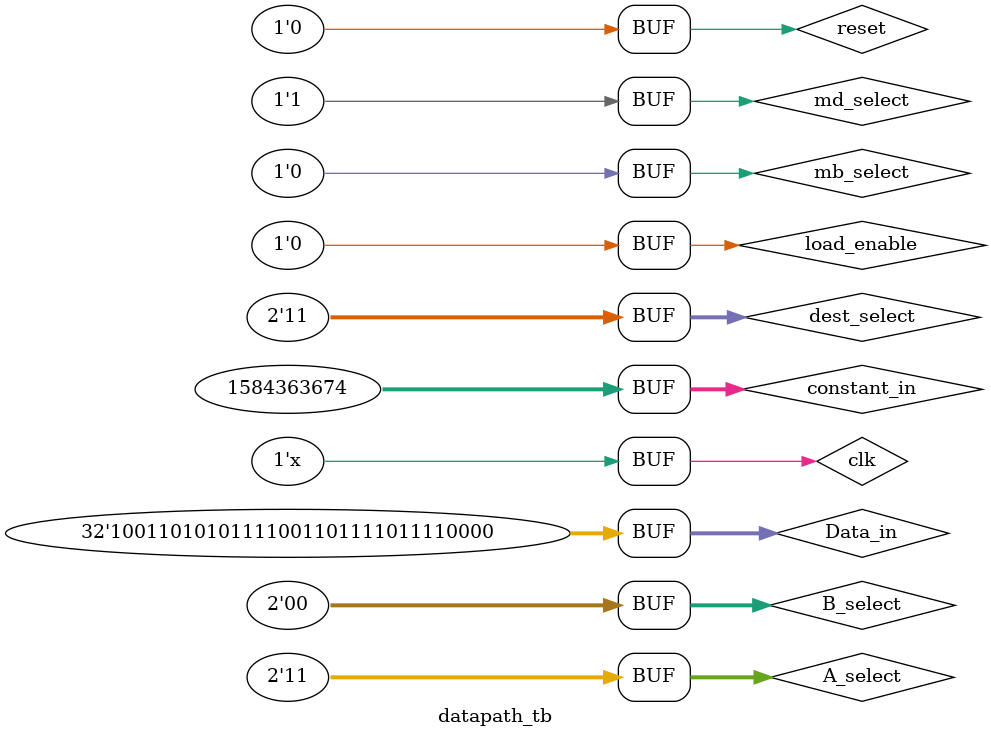
<source format=v>
module datapath_tb;

 //Declare inputs as registers and outputs as wires 
reg clk; 
reg reset; 
reg load_enable; 
reg [1:0] dest_select; 
reg [1:0] A_select; 
reg [1:0] B_select; 
reg md_select; 
reg mb_select; 
reg [31:0] constant_in; 
reg [31:0] Data_in; 
wire [31:0] Address_out; 
wire [31:0] Data_out; 
wire [31:0] function_result; 



// Instantiate the Unit Under Test (UUT) 

Datapath uut ( 
    .clk(clk), 
    .reset(reset), 
    .load_enable(load_enable), 
    .dest_select(dest_select), 
    .A_select(A_select), 
    .B_select(B_select), 
    .md_select(md_select), 
    .mb_select(mb_select), 
    .constant_in(constant_in), 
    .Data_in(Data_in), 
    .Address_out(Address_out), 
    .Data_out(Data_out), 
    .function_result(function_result) 

); 

 

initial begin 

    // Initialize Inputs 
    clk = 0; 
    reset = 1;                                     // Start with reset active 
    load_enable = 0; 
    dest_select = 0; 
    A_select = 0; 
    B_select = 0; 
    md_select = 1; 
    mb_select = 0; 
    constant_in = 32'h5E6F789A; 
    Data_in = 0; 

 

    // Wait for 50 ns for global reset to finish 

    #50; 

    reset = 0;                                     // Release reset 

 

    // Test 1: Load data into registers and verify content 

    load_enable = 1; 
    dest_select = 2'b00;                           // Destination register R0 
    Data_in = 32'h1A2B3C4D;                        // Arbitrary data to load into R0 
    #10;                                           // Wait for the data to load 
    load_enable = 0;                               // Disable loading 
    #10;                                           // Wait for more than one clock cycle 


    load_enable = 1; 
    dest_select = 2'b01;                           // Destination register R1 
    Data_in = 32'h5A5A5A5A;                        // Arbitrary data to load into R1 
    #10;                                           // Wait for the data to load 
    load_enable = 0;                               // Disable loading 
    #10;                                           // Wait for more than one clock cycle  
    
    
    load_enable = 1; 
    dest_select = 2'b10;                           // Destination register R2 
    Data_in = 32'hABCDEF01;                        // Arbitrary data to load into R2 
    #10;                                           // Wait for the data to load 
    load_enable = 0;                               // Disable loading 
    #10;                                           // Wait for more than one clock cycle 
    
   
    
    load_enable = 1; 
    dest_select = 2'b11;                           // Destination register R3 
    Data_in = 32'h9ABCDEF0;                        // Arbitrary data to load into R3 
    #10;                                           // Wait for the data to load 
    load_enable = 0;                               // Disable loading 
    #10;                                           // Wait for more than one clock cycle 

 
    //check the output F if the addition of A_data and B is correct
    load_enable = 1;
    A_select = 2'b00;
    B_select = 2'b01;
    mb_select = 1; 
    constant_in = 32'h5E6F789A;
    #10;
    load_enable = 0;
    #10 
    
    load_enable = 1;
    A_select = 2'b01;
    B_select = 2'b10;
    mb_select = 1; 
    constant_in = 32'h5E6F789A;
    #10;
    load_enable = 0;
    #10 
    
    load_enable = 1;
    A_select = 2'b10;
    B_select = 2'b11;
    mb_select = 0; 
    constant_in = 32'h5E6F789A;
    #10;
    load_enable = 0;
    #10 
    
    load_enable = 1;
    A_select = 2'b11;
    B_select = 2'b00;
    mb_select = 0; 
    constant_in = 32'h5E6F789A;
    #10;
    load_enable = 0;
    #10
    
    // Check if the output D_data matches the function result when md_select is 0 
    md_select = 0;                                    // Select F for D_data 
    #20;                                              // Wait for MUX to update 

    // Check if the output D_data matches the Data_in when md_select is 1 
    md_select = 1; // Select Data_in for D_data 
    #50; // Wait for MUX to update 
	
    reset = 1;                                        //test reset function
    #10;

    reset = 0;                                        //release reset
    #10;


end
always #5 clk = ~clk;
 
endmodule

</source>
